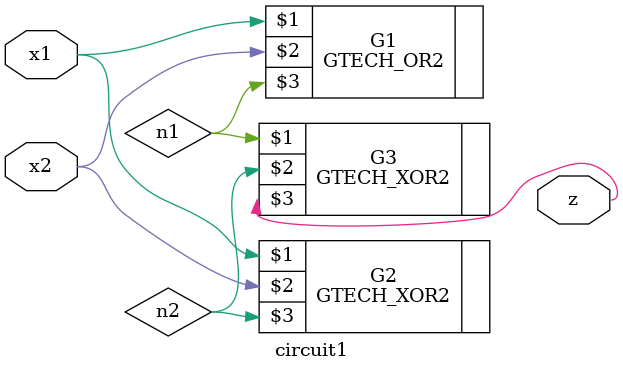
<source format=v>

`include "gtech_lib.v"
module circuit1(x1,x2,z);
input x1,x2;
output z;
wire n1,n2;

GTECH_OR2 G1 (x1,x2,n1);
GTECH_XOR2 G2 (x1,x2,n2);
GTECH_XOR2 G3 (n1,n2,z);

endmodule
</source>
